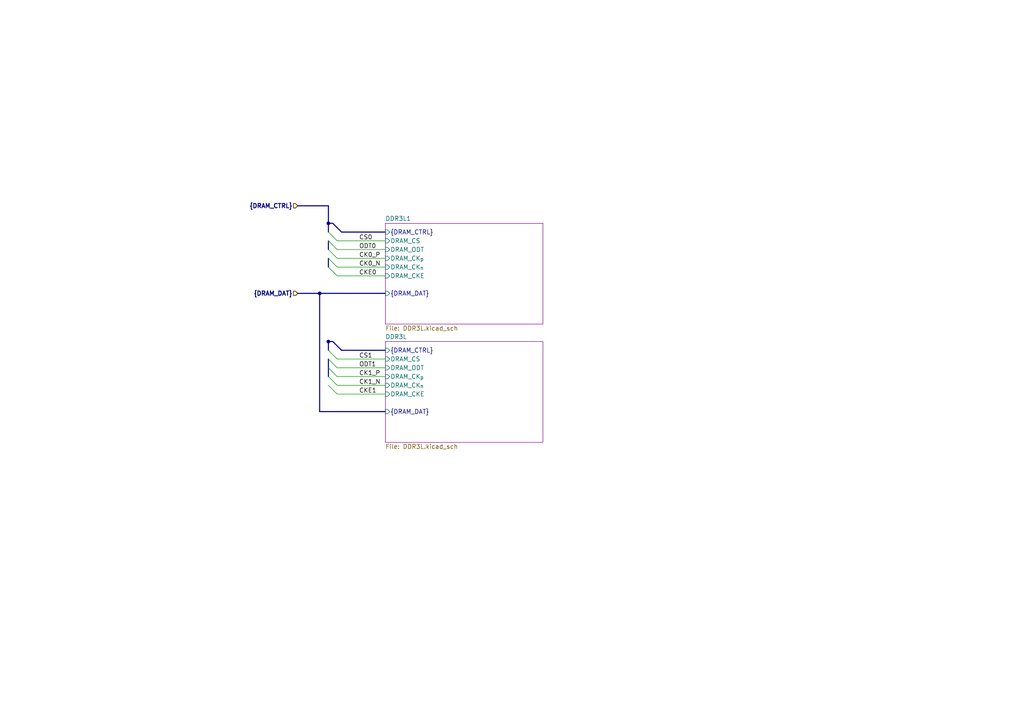
<source format=kicad_sch>
(kicad_sch (version 20200512) (host eeschema "5.99.0-unknown-711fc99~101~ubuntu18.04.1")
  (page 1 19)
  (paper "A4")
  (title_block (title "ButterStick") (date "2019-06-14") (rev "r0.2") (company "GsD"))
  (lib_symbols)
  (junction (at 92.71 85.09))
  (junction (at 95.25 64.77))
  (junction (at 95.25 99.06))
  (bus_entry (at 95.25 67.31) (size 2.54 2.54))
  (bus_entry (at 95.25 69.85) (size 2.54 2.54))
  (bus_entry (at 95.25 72.39) (size 2.54 2.54))
  (bus_entry (at 95.25 74.93) (size 2.54 2.54))
  (bus_entry (at 95.25 77.47) (size 2.54 2.54))
  (bus_entry (at 95.25 101.6) (size 2.54 2.54))
  (bus_entry (at 95.25 104.14) (size 2.54 2.54))
  (bus_entry (at 95.25 106.68) (size 2.54 2.54))
  (bus_entry (at 95.25 109.22) (size 2.54 2.54))
  (bus_entry (at 95.25 111.76) (size 2.54 2.54))
  (wire (pts (xy 97.79 69.85) (xy 111.76 69.85)))
  (wire (pts (xy 97.79 72.39) (xy 111.76 72.39)))
  (wire (pts (xy 97.79 74.93) (xy 111.76 74.93)))
  (wire (pts (xy 97.79 77.47) (xy 111.76 77.47)))
  (wire (pts (xy 97.79 80.01) (xy 111.76 80.01)))
  (wire (pts (xy 97.79 104.14) (xy 111.76 104.14)))
  (wire (pts (xy 97.79 106.68) (xy 111.76 106.68)))
  (wire (pts (xy 97.79 109.22) (xy 111.76 109.22)))
  (wire (pts (xy 97.79 111.76) (xy 111.76 111.76)))
  (wire (pts (xy 97.79 114.3) (xy 111.76 114.3)))
  (bus (pts (xy 86.36 59.69) (xy 95.25 59.69)))
  (bus (pts (xy 86.36 85.09) (xy 92.71 85.09)))
  (bus (pts (xy 92.71 85.09) (xy 92.71 119.38)))
  (bus (pts (xy 92.71 85.09) (xy 111.76 85.09)))
  (bus (pts (xy 92.71 119.38) (xy 111.76 119.38)))
  (bus (pts (xy 95.25 59.69) (xy 95.25 64.77)))
  (bus (pts (xy 95.25 64.77) (xy 95.25 69.85)))
  (bus (pts (xy 95.25 64.77) (xy 96.52 64.77)))
  (bus (pts (xy 95.25 69.85) (xy 95.25 74.93)))
  (bus (pts (xy 95.25 74.93) (xy 95.25 99.06)))
  (bus (pts (xy 95.25 99.06) (xy 95.25 104.14)))
  (bus (pts (xy 95.25 99.06) (xy 96.52 99.06)))
  (bus (pts (xy 95.25 104.14) (xy 95.25 106.68)))
  (bus (pts (xy 95.25 106.68) (xy 95.25 111.76)))
  (bus (pts (xy 96.52 64.77) (xy 99.06 67.31)))
  (bus (pts (xy 99.06 67.31) (xy 111.76 67.31)))
  (bus (pts (xy 99.06 101.6) (xy 96.52 99.06)))
  (bus (pts (xy 111.76 101.6) (xy 99.06 101.6)))
  (label "CS0" (at 104.14 69.85 0))
  (label "ODT0" (at 104.14 72.39 0))
  (label "CK0_P" (at 104.14 74.93 0))
  (label "CK0_N" (at 104.14 77.47 0))
  (label "CKE0" (at 104.14 80.01 0))
  (label "CS1" (at 104.14 104.14 0))
  (label "ODT1" (at 104.14 106.68 0))
  (label "CK1_P" (at 104.14 109.22 0))
  (label "CK1_N" (at 104.14 111.76 0))
  (label "CKE1" (at 104.14 114.3 0))
  (hierarchical_label "{DRAM_CTRL}" (shape input) (at 86.36 59.69 180) (effects (font (thickness 0.254) bold)))
  (hierarchical_label "{DRAM_DAT}" (shape input) (at 86.36 85.09 180) (effects (font (thickness 0.254) bold)))
  (sheet (at 111.76 99.06) (size 45.72 29.21) (stroke (width 0.1524) (color 132 0 132 1)) (fill (color 255 255 255 1.0000))
    (property "Sheet name" "DDR3L" (at 111.76 98.4245 0) (effects (justify left bottom)))
    (property "Sheet file" "DDR3L.kicad_sch" (at 111.76 128.7785 0) (effects (justify left top)))
    (pin "{DRAM_DAT}" input (at 111.76 119.38 180))
    (pin "{DRAM_CTRL}" input (at 111.76 101.6 180))
    (pin "DRAM_CS" input (at 111.76 104.14 180))
    (pin "DRAM_ODT" input (at 111.76 106.68 180))
    (pin "DRAM_CK_{p}" input (at 111.76 109.22 180))
    (pin "DRAM_CK_{n}" input (at 111.76 111.76 180))
    (pin "DRAM_CKE" input (at 111.76 114.3 180))
  )
  (sheet (at 111.76 64.77) (size 45.72 29.21) (stroke (width 0.1524) (color 132 0 132 1)) (fill (color 255 255 255 1.0000))
    (property "Sheet name" "DDR3L1" (at 111.76 64.1345 0) (effects (justify left bottom)))
    (property "Sheet file" "DDR3L.kicad_sch" (at 111.76 94.4885 0) (effects (justify left top)))
    (pin "{DRAM_DAT}" input (at 111.76 85.09 180))
    (pin "{DRAM_CTRL}" input (at 111.76 67.31 180))
    (pin "DRAM_CS" input (at 111.76 69.85 180))
    (pin "DRAM_ODT" input (at 111.76 72.39 180))
    (pin "DRAM_CK_{p}" input (at 111.76 74.93 180))
    (pin "DRAM_CK_{n}" input (at 111.76 77.47 180))
    (pin "DRAM_CKE" input (at 111.76 80.01 180))
  )
)
</source>
